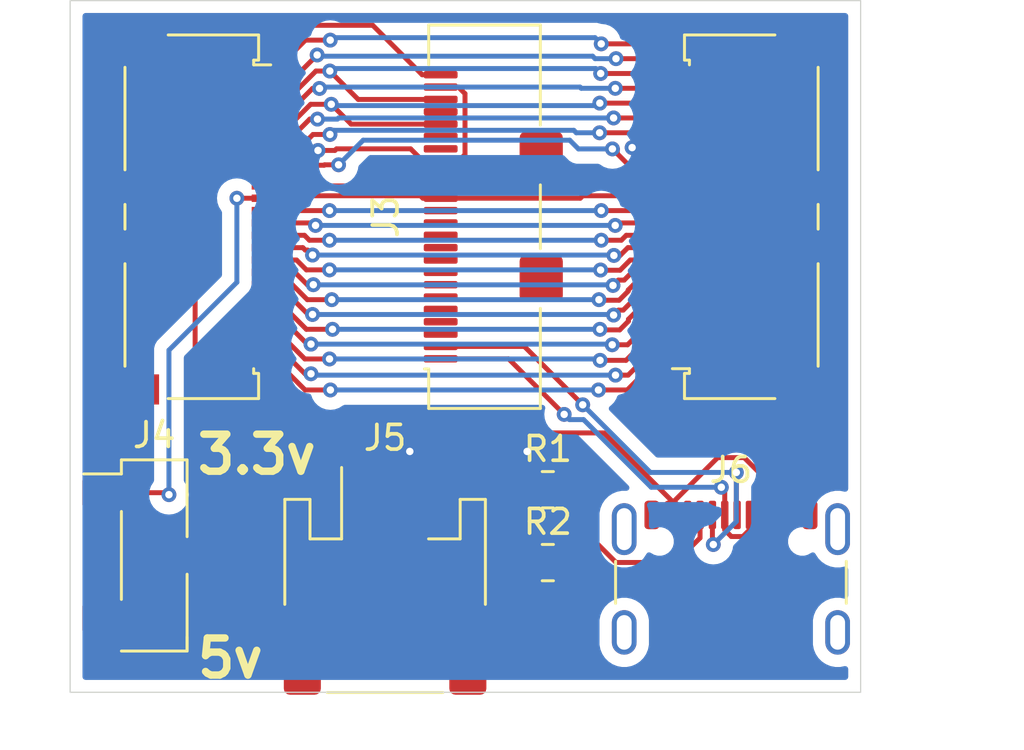
<source format=kicad_pcb>
(kicad_pcb (version 20240108) (generator "pcbnew") (generator_version "8.0")
  (layers (0 "F.Cu" signal) (31 "B.Cu" signal) (34 "B.Paste" user) (35 "F.Paste" user) (36 "B.SilkS" user "B.Silkscreen") (37 "F.SilkS" user "F.Silkscreen") (38 "B.Mask" user) (39 "F.Mask" user) (44 "Edge.Cuts" user))
  (net 0 "")
  (net 1 "Net-(J1-Pin_1)")
  (net 2 "Net-(J1-Pin_8)")
  (net 3 "Net-(J1-Pin_4)")
  (net 4 "Net-(J1-Pin_20)")
  (net 5 "Net-(J1-Pin_6)")
  (net 6 "Net-(J1-Pin_15)")
  (net 7 "Net-(J1-Pin_12)")
  (net 8 "Net-(J1-Pin_16)")
  (net 9 "Net-(J1-Pin_2)")
  (net 10 "Net-(J1-Pin_5)")
  (net 11 "Net-(J1-Pin_19)")
  (net 12 "Net-(J1-Pin_10)")
  (net 13 "Net-(J1-Pin_7)")
  (net 14 "Net-(J1-Pin_18)")
  (net 15 "Net-(J1-Pin_23)")
  (net 16 "Net-(J1-Pin_3)")
  (net 17 "Net-(J1-Pin_9)")
  (net 18 "Net-(J1-Pin_21)")
  (net 19 "Net-(J1-Pin_24)")
  (net 20 "GND")
  (net 21 "Net-(J1-Pin_13)")
  (net 22 "Net-(J1-Pin_22)")
  (net 23 "+3V3")
  (net 24 "Net-(J1-Pin_11)")
  (net 26 "servo_power")
  (net 36 "D-")
  (net 38 "D+")
  (net 43 "+5V")
  (net 44 "Net-(J6-CC1)")
  (net 45 "Net-(J6-CC2)")
  (footprint "Resistor_SMD:R_0805_2012Metric" (layer "F.Cu") (at 157.3375 87.25)
    (property "Reference" "R2" (at 0 -1.65 0) (layer "F.SilkS"))
    (property "Value" "5.1k")
    (fp_line (start -0.227064 -0.735) (end 0.227064 -0.735) (stroke (width 0.12)) (layer "F.SilkS"))
    (fp_line (start -0.227064 0.735) (end 0.227064 0.735) (stroke (width 0.12)) (layer "F.SilkS"))
    (pad "1" smd roundrect (at -0.9125 0) (size 1.025 1.4) (layers "F.Cu" "F.Paste" "F.Mask") (roundrect_rratio 0.243902) (net 20 "GND"))
    (pad "2" smd roundrect (at 0.9125 0) (size 1.025 1.4) (layers "F.Cu" "F.Paste" "F.Mask") (roundrect_rratio 0.243902) (net 45 "Net-(J6-CC2)"))
  )
  (footprint "Connector_FFC-FPC:Molex_502244-2430_1x24-1MP_P0.5mm_Horizontal" (layer "F.Cu") (at 165.83 73.25 90)
    (property "Reference" "J1" (hide yes))
    (property "Value" "Camera")
    (fp_line (start 7.36 -2.96) (end 7.36 0.7) (stroke (width 0.12)) (layer "F.SilkS"))
    (fp_line (start 6.35 -2.96) (end 7.36 -2.96) (stroke (width 0.12)) (layer "F.SilkS"))
    (fp_line (start 6.34 -2.96) (end 6.34 -2.76) (stroke (width 0.12)) (layer "F.SilkS"))
    (fp_line (start -7.36 -2.96) (end -6.35 -2.96) (stroke (width 0.12)) (layer "F.SilkS"))
    (fp_line (start 6.34 -2.76) (end 6.15 -2.76) (stroke (width 0.12)) (layer "F.SilkS"))
    (fp_line (start -6.15 -2.76) (end -6.15 -3.45) (stroke (width 0.12)) (layer "F.SilkS"))
    (fp_line (start -6.34 -2.76) (end -6.34 -2.96) (stroke (width 0.12)) (layer "F.SilkS"))
    (fp_line (start -6.34 -2.76) (end -6.15 -2.76) (stroke (width 0.12)) (layer "F.SilkS"))
    (fp_line (start -7.36 0.7) (end -7.36 -2.96) (stroke (width 0.12)) (layer "F.SilkS"))
    (fp_line (start 1.9 2.45) (end 6.05 2.45) (stroke (width 0.12)) (layer "F.SilkS"))
    (fp_line (start -0.5 2.45) (end 0.5 2.45) (stroke (width 0.12)) (layer "F.SilkS"))
    (fp_line (start -6.05 2.45) (end -1.9 2.45) (stroke (width 0.12)) (layer "F.SilkS"))
    (pad "1" smd rect (at -5.75 -3.08 90) (size 0.3 0.8) (layers "F.Cu" "F.Paste" "F.Mask") (net 1 "Net-(J1-Pin_1)"))
    (pad "2" smd rect (at -5.25 -3.08 90) (size 0.3 0.8) (layers "F.Cu" "F.Paste" "F.Mask") (net 9 "Net-(J1-Pin_2)"))
    (pad "3" smd rect (at -4.75 -3.08 90) (size 0.3 0.8) (layers "F.Cu" "F.Paste" "F.Mask") (net 16 "Net-(J1-Pin_3)"))
    (pad "4" smd rect (at -4.25 -3.08 90) (size 0.3 0.8) (layers "F.Cu" "F.Paste" "F.Mask") (net 3 "Net-(J1-Pin_4)"))
    (pad "5" smd rect (at -3.75 -3.08 90) (size 0.3 0.8) (layers "F.Cu" "F.Paste" "F.Mask") (net 10 "Net-(J1-Pin_5)"))
    (pad "6" smd rect (at -3.25 -3.08 90) (size 0.3 0.8) (layers "F.Cu" "F.Paste" "F.Mask") (net 5 "Net-(J1-Pin_6)"))
    (pad "7" smd rect (at -2.75 -3.08 90) (size 0.3 0.8) (layers "F.Cu" "F.Paste" "F.Mask") (net 13 "Net-(J1-Pin_7)"))
    (pad "8" smd rect (at -2.25 -3.08 90) (size 0.3 0.8) (layers "F.Cu" "F.Paste" "F.Mask") (net 2 "Net-(J1-Pin_8)"))
    (pad "9" smd rect (at -1.75 -3.08 90) (size 0.3 0.8) (layers "F.Cu" "F.Paste" "F.Mask") (net 17 "Net-(J1-Pin_9)"))
    (pad "10" smd rect (at -1.25 -3.08 90) (size 0.3 0.8) (layers "F.Cu" "F.Paste" "F.Mask") (net 12 "Net-(J1-Pin_10)"))
    (pad "11" smd rect (at -0.75 -3.08 90) (size 0.3 0.8) (layers "F.Cu" "F.Paste" "F.Mask") (net 24 "Net-(J1-Pin_11)"))
    (pad "12" smd rect (at -0.25 -3.08 90) (size 0.3 0.8) (layers "F.Cu" "F.Paste" "F.Mask") (net 7 "Net-(J1-Pin_12)"))
    (pad "13" smd rect (at 0.25 -3.08 90) (size 0.3 0.8) (layers "F.Cu" "F.Paste" "F.Mask") (net 21 "Net-(J1-Pin_13)"))
    (pad "14" smd rect (at 0.75 -3.08 90) (size 0.3 0.8) (layers "F.Cu" "F.Paste" "F.Mask") (net 23 "+3V3"))
    (pad "15" smd rect (at 1.25 -3.08 90) (size 0.3 0.8) (layers "F.Cu" "F.Paste" "F.Mask") (net 6 "Net-(J1-Pin_15)"))
    (pad "16" smd rect (at 1.75 -3.08 90) (size 0.3 0.8) (layers "F.Cu" "F.Paste" "F.Mask") (net 8 "Net-(J1-Pin_16)"))
    (pad "17" smd rect (at 2.25 -3.08 90) (size 0.3 0.8) (layers "F.Cu" "F.Paste" "F.Mask") (net 20 "GND"))
    (pad "18" smd rect (at 2.75 -3.08 90) (size 0.3 0.8) (layers "F.Cu" "F.Paste" "F.Mask") (net 14 "Net-(J1-Pin_18)"))
    (pad "19" smd rect (at 3.25 -3.08 90) (size 0.3 0.8) (layers "F.Cu" "F.Paste" "F.Mask") (net 11 "Net-(J1-Pin_19)"))
    (pad "20" smd rect (at 3.75 -3.08 90) (size 0.3 0.8) (layers "F.Cu" "F.Paste" "F.Mask") (net 4 "Net-(J1-Pin_20)"))
    (pad "21" smd rect (at 4.25 -3.08 90) (size 0.3 0.8) (layers "F.Cu" "F.Paste" "F.Mask") (net 18 "Net-(J1-Pin_21)"))
    (pad "22" smd rect (at 4.75 -3.08 90) (size 0.3 0.8) (layers "F.Cu" "F.Paste" "F.Mask") (net 22 "Net-(J1-Pin_22)"))
    (pad "23" smd rect (at 5.25 -3.08 90) (size 0.3 0.8) (layers "F.Cu" "F.Paste" "F.Mask") (net 15 "Net-(J1-Pin_23)"))
    (pad "24" smd rect (at 5.75 -3.08 90) (size 0.3 0.8) (layers "F.Cu" "F.Paste" "F.Mask") (net 19 "Net-(J1-Pin_24)"))
    (pad "MP" smd rect (at -6.99 1.77 90) (size 1.22 1.4) (layers "F.Cu" "F.Paste" "F.Mask"))
    (pad "MP" smd rect (at -1.175 2.78 90) (size 0.85 1.4) (layers "F.Cu" "F.Paste" "F.Mask"))
    (pad "MP" smd rect (at 1.175 2.78 90) (size 0.85 1.4) (layers "F.Cu" "F.Paste" "F.Mask"))
    (pad "MP" smd rect (at 6.99 1.77 90) (size 1.22 1.4) (layers "F.Cu" "F.Paste" "F.Mask"))
  )
  (footprint "Resistor_SMD:R_0805_2012Metric" (layer "F.Cu") (at 157.3375 84.3)
    (property "Reference" "R1" (at 0 -1.65 0) (layer "F.SilkS"))
    (property "Value" "5.1k")
    (fp_line (start -0.227064 -0.735) (end 0.227064 -0.735) (stroke (width 0.12)) (layer "F.SilkS"))
    (fp_line (start -0.227064 0.735) (end 0.227064 0.735) (stroke (width 0.12)) (layer "F.SilkS"))
    (pad "1" smd roundrect (at -0.9125 0) (size 1.025 1.4) (layers "F.Cu" "F.Paste" "F.Mask") (roundrect_rratio 0.243902) (net 20 "GND"))
    (pad "2" smd roundrect (at 0.9125 0) (size 1.025 1.4) (layers "F.Cu" "F.Paste" "F.Mask") (roundrect_rratio 0.243902) (net 44 "Net-(J6-CC1)"))
  )
  (footprint "Connector_FFC-FPC:Molex_502231-2400_1x24-1SH_P0.5mm_Vertical" (layer "F.Cu") (at 154.045 73.25 90)
    (property "Reference" "J3" (at 0 -3.27 90) (layer "F.SilkS"))
    (property "Value" "Armstrong")
    (fp_line (start 6.16 -1.53) (end 7.76 -1.53) (stroke (width 0.12)) (layer "F.SilkS"))
    (fp_line (start -6.16 -1.53) (end -6.16 -1.7) (stroke (width 0.12)) (layer "F.SilkS"))
    (fp_line (start -6.16 -1.53) (end -7.76 -1.53) (stroke (width 0.12)) (layer "F.SilkS"))
    (fp_line (start 7.76 2.99) (end 7.76 -1.53) (stroke (width 0.12)) (layer "F.SilkS"))
    (fp_line (start 3.71 2.99) (end 7.76 2.99) (stroke (width 0.12)) (layer "F.SilkS"))
    (fp_line (start -1.29 2.99) (end 1.29 2.99) (stroke (width 0.12)) (layer "F.SilkS"))
    (fp_line (start -3.71 2.99) (end -7.76 2.99) (stroke (width 0.12)) (layer "F.SilkS"))
    (fp_line (start -7.76 2.99) (end -7.76 -1.53) (stroke (width 0.12)) (layer "F.SilkS"))
    (pad "1" smd roundrect (at -5.75 -1.045 90) (size 0.3 1.37) (layers "F.Cu" "F.Paste" "F.Mask") (net 38 "D+"))
    (pad "2" smd roundrect (at -5.25 -1.045 90) (size 0.3 1.37) (layers "F.Cu" "F.Paste" "F.Mask") (net 36 "D-"))
    (pad "3" smd roundrect (at -4.75 -1.045 90) (size 0.3 1.37) (layers "F.Cu" "F.Paste" "F.Mask"))
    (pad "4" smd roundrect (at -4.25 -1.045 90) (size 0.3 1.37) (layers "F.Cu" "F.Paste" "F.Mask"))
    (pad "5" smd roundrect (at -3.75 -1.045 90) (size 0.3 1.37) (layers "F.Cu" "F.Paste" "F.Mask"))
    (pad "6" smd roundrect (at -3.25 -1.045 90) (size 0.3 1.37) (layers "F.Cu" "F.Paste" "F.Mask"))
    (pad "7" smd roundrect (at -2.75 -1.045 90) (size 0.3 1.37) (layers "F.Cu" "F.Paste" "F.Mask"))
    (pad "8" smd roundrect (at -2.25 -1.045 90) (size 0.3 1.37) (layers "F.Cu" "F.Paste" "F.Mask"))
    (pad "9" smd roundrect (at -1.75 -1.045 90) (size 0.3 1.37) (layers "F.Cu" "F.Paste" "F.Mask"))
    (pad "10" smd roundrect (at -1.25 -1.045 90) (size 0.3 1.37) (layers "F.Cu" "F.Paste" "F.Mask"))
    (pad "11" smd roundrect (at -0.75 -1.045 90) (size 0.3 1.37) (layers "F.Cu" "F.Paste" "F.Mask"))
    (pad "12" smd roundrect (at -0.25 -1.045 90) (size 0.3 1.37) (layers "F.Cu" "F.Paste" "F.Mask"))
    (pad "13" smd roundrect (at 0.25 -1.045 90) (size 0.3 1.37) (layers "F.Cu" "F.Paste" "F.Mask"))
    (pad "14" smd roundrect (at 0.75 -1.045 90) (size 0.3 1.37) (layers "F.Cu" "F.Paste" "F.Mask") (net 23 "+3V3"))
    (pad "15" smd roundrect (at 1.25 -1.045 90) (size 0.3 1.37) (layers "F.Cu" "F.Paste" "F.Mask") (net 6 "Net-(J1-Pin_15)"))
    (pad "16" smd roundrect (at 1.75 -1.045 90) (size 0.3 1.37) (layers "F.Cu" "F.Paste" "F.Mask"))
    (pad "17" smd roundrect (at 2.25 -1.045 90) (size 0.3 1.37) (layers "F.Cu" "F.Paste" "F.Mask") (net 20 "GND"))
    (pad "18" smd roundrect (at 2.75 -1.045 90) (size 0.3 1.37) (layers "F.Cu" "F.Paste" "F.Mask"))
    (pad "19" smd roundrect (at 3.25 -1.045 90) (size 0.3 1.37) (layers "F.Cu" "F.Paste" "F.Mask"))
    (pad "20" smd roundrect (at 3.75 -1.045 90) (size 0.3 1.37) (layers "F.Cu" "F.Paste" "F.Mask") (net 4 "Net-(J1-Pin_20)"))
    (pad "21" smd roundrect (at 4.25 -1.045 90) (size 0.3 1.37) (layers "F.Cu" "F.Paste" "F.Mask"))
    (pad "22" smd roundrect (at 4.75 -1.045 90) (size 0.3 1.37) (layers "F.Cu" "F.Paste" "F.Mask") (net 22 "Net-(J1-Pin_22)"))
    (pad "23" smd roundrect (at 5.25 -1.045 90) (size 0.3 1.37) (layers "F.Cu" "F.Paste" "F.Mask") (net 20 "GND"))
    (pad "24" smd roundrect (at 5.75 -1.045 90) (size 0.3 1.37) (layers "F.Cu" "F.Paste" "F.Mask") (net 26 "servo_power"))
    (pad "SH" smd roundrect (at -2.5 3.025 90) (size 1.9 1.75) (layers "F.Cu" "F.Paste" "F.Mask") (roundrect_rratio 0.143))
    (pad "SH" smd roundrect (at 2.5 3.025 90) (size 1.9 1.75) (layers "F.Cu" "F.Paste" "F.Mask") (roundrect_rratio 0.143))
  )
  (footprint "Connector_JST:JST_PH_S2B-PH-SM4-TB_1x02-1MP_P2.00mm_Horizontal" (layer "F.Cu") (at 150.75 88)
    (property "Reference" "J5" (at 0 -5.8 0) (layer "F.SilkS"))
    (property "Value" "JST 2.0")
    (fp_line (start -4.06 -3.31) (end -3.04 -3.31) (stroke (width 0.12)) (layer "F.SilkS"))
    (fp_line (start -4.06 0.94) (end -4.06 -3.31) (stroke (width 0.12)) (layer "F.SilkS"))
    (fp_line (start -3.04 -3.31) (end -3.04 -1.71) (stroke (width 0.12)) (layer "F.SilkS"))
    (fp_line (start -3.04 -1.71) (end -1.76 -1.71) (stroke (width 0.12)) (layer "F.SilkS"))
    (fp_line (start -2.34 4.51) (end 2.34 4.51) (stroke (width 0.12)) (layer "F.SilkS"))
    (fp_line (start -1.76 -1.71) (end -1.76 -4.6) (stroke (width 0.12)) (layer "F.SilkS"))
    (fp_line (start 3.04 -3.31) (end 3.04 -1.71) (stroke (width 0.12)) (layer "F.SilkS"))
    (fp_line (start 3.04 -1.71) (end 1.76 -1.71) (stroke (width 0.12)) (layer "F.SilkS"))
    (fp_line (start 4.06 -3.31) (end 3.04 -3.31) (stroke (width 0.12)) (layer "F.SilkS"))
    (fp_line (start 4.06 0.94) (end 4.06 -3.31) (stroke (width 0.12)) (layer "F.SilkS"))
    (pad "1" smd roundrect (at -1 -2.85) (size 1 3.5) (layers "F.Cu" "F.Paste" "F.Mask") (net 43 "+5V"))
    (pad "2" smd roundrect (at 1 -2.85) (size 1 3.5) (layers "F.Cu" "F.Paste" "F.Mask") (net 20 "GND"))
    (pad "MP" smd roundrect (at -3.35 2.9) (size 1.5 3.4) (layers "F.Cu" "F.Paste" "F.Mask") (roundrect_rratio 0.166667))
    (pad "MP" smd roundrect (at 3.35 2.9) (size 1.5 3.4) (layers "F.Cu" "F.Paste" "F.Mask") (roundrect_rratio 0.166667))
  )
  (footprint "Connector_FFC-FPC:Molex_502244-2430_1x24-1MP_P0.5mm_Horizontal" (layer "F.Cu") (at 142.67 73.25 -90)
    (property "Reference" "J2" (hide yes))
    (property "Value" "Wheelson")
    (fp_line (start -6.05 2.45) (end -1.9 2.45) (stroke (width 0.12)) (layer "F.SilkS"))
    (fp_line (start -0.5 2.45) (end 0.5 2.45) (stroke (width 0.12)) (layer "F.SilkS"))
    (fp_line (start 1.9 2.45) (end 6.05 2.45) (stroke (width 0.12)) (layer "F.SilkS"))
    (fp_line (start -7.36 0.7) (end -7.36 -2.96) (stroke (width 0.12)) (layer "F.SilkS"))
    (fp_line (start -6.34 -2.76) (end -6.15 -2.76) (stroke (width 0.12)) (layer "F.SilkS"))
    (fp_line (start -6.34 -2.76) (end -6.34 -2.96) (stroke (width 0.12)) (layer "F.SilkS"))
    (fp_line (start -6.15 -2.76) (end -6.15 -3.45) (stroke (width 0.12)) (layer "F.SilkS"))
    (fp_line (start 6.34 -2.76) (end 6.15 -2.76) (stroke (width 0.12)) (layer "F.SilkS"))
    (fp_line (start -7.36 -2.96) (end -6.35 -2.96) (stroke (width 0.12)) (layer "F.SilkS"))
    (fp_line (start 6.34 -2.96) (end 6.34 -2.76) (stroke (width 0.12)) (layer "F.SilkS"))
    (fp_line (start 6.35 -2.96) (end 7.36 -2.96) (stroke (width 0.12)) (layer "F.SilkS"))
    (fp_line (start 7.36 -2.96) (end 7.36 0.7) (stroke (width 0.12)) (layer "F.SilkS"))
    (pad "1" smd rect (at -5.75 -3.08 270) (size 0.3 0.8) (layers "F.Cu" "F.Paste" "F.Mask") (net 19 "Net-(J1-Pin_24)"))
    (pad "2" smd rect (at -5.25 -3.08 270) (size 0.3 0.8) (layers "F.Cu" "F.Paste" "F.Mask") (net 15 "Net-(J1-Pin_23)"))
    (pad "3" smd rect (at -4.75 -3.08 270) (size 0.3 0.8) (layers "F.Cu" "F.Paste" "F.Mask") (net 22 "Net-(J1-Pin_22)"))
    (pad "4" smd rect (at -4.25 -3.08 270) (size 0.3 0.8) (layers "F.Cu" "F.Paste" "F.Mask") (net 18 "Net-(J1-Pin_21)"))
    (pad "5" smd rect (at -3.75 -3.08 270) (size 0.3 0.8) (layers "F.Cu" "F.Paste" "F.Mask") (net 4 "Net-(J1-Pin_20)"))
    (pad "6" smd rect (at -3.25 -3.08 270) (size 0.3 0.8) (layers "F.Cu" "F.Paste" "F.Mask") (net 11 "Net-(J1-Pin_19)"))
    (pad "7" smd rect (at -2.75 -3.08 270) (size 0.3 0.8) (layers "F.Cu" "F.Paste" "F.Mask") (net 14 "Net-(J1-Pin_18)"))
    (pad "8" smd rect (at -2.25 -3.08 270) (size 0.3 0.8) (layers "F.Cu" "F.Paste" "F.Mask") (net 20 "GND"))
    (pad "9" smd rect (at -1.75 -3.08 270) (size 0.3 0.8) (layers "F.Cu" "F.Paste" "F.Mask") (net 8 "Net-(J1-Pin_16)"))
    (pad "10" smd rect (at -1.25 -3.08 270) (size 0.3 0.8) (layers "F.Cu" "F.Paste" "F.Mask") (net 6 "Net-(J1-Pin_15)"))
    (pad "11" smd rect (at -0.75 -3.08 270) (size 0.3 0.8) (layers "F.Cu" "F.Paste" "F.Mask") (net 23 "+3V3"))
    (pad "12" smd rect (at -0.25 -3.08 270) (size 0.3 0.8) (layers "F.Cu" "F.Paste" "F.Mask") (net 21 "Net-(J1-Pin_13)"))
    (pad "13" smd rect (at 0.25 -3.08 270) (size 0.3 0.8) (layers "F.Cu" "F.Paste" "F.Mask") (net 7 "Net-(J1-Pin_12)"))
    (pad "14" smd rect (at 0.75 -3.08 270) (size 0.3 0.8) (layers "F.Cu" "F.Paste" "F.Mask") (net 24 "Net-(J1-Pin_11)"))
    (pad "15" smd rect (at 1.25 -3.08 270) (size 0.3 0.8) (layers "F.Cu" "F.Paste" "F.Mask") (net 12 "Net-(J1-Pin_10)"))
    (pad "16" smd rect (at 1.75 -3.08 270) (size 0.3 0.8) (layers "F.Cu" "F.Paste" "F.Mask") (net 17 "Net-(J1-Pin_9)"))
    (pad "17" smd rect (at 2.25 -3.08 270) (size 0.3 0.8) (layers "F.Cu" "F.Paste" "F.Mask") (net 2 "Net-(J1-Pin_8)"))
    (pad "18" smd rect (at 2.75 -3.08 270) (size 0.3 0.8) (layers "F.Cu" "F.Paste" "F.Mask") (net 13 "Net-(J1-Pin_7)"))
    (pad "19" smd rect (at 3.25 -3.08 270) (size 0.3 0.8) (layers "F.Cu" "F.Paste" "F.Mask") (net 5 "Net-(J1-Pin_6)"))
    (pad "20" smd rect (at 3.75 -3.08 270) (size 0.3 0.8) (layers "F.Cu" "F.Paste" "F.Mask") (net 10 "Net-(J1-Pin_5)"))
    (pad "21" smd rect (at 4.25 -3.08 270) (size 0.3 0.8) (layers "F.Cu" "F.Paste" "F.Mask") (net 3 "Net-(J1-Pin_4)"))
    (pad "22" smd rect (at 4.75 -3.08 270) (size 0.3 0.8) (layers "F.Cu" "F.Paste" "F.Mask") (net 16 "Net-(J1-Pin_3)"))
    (pad "23" smd rect (at 5.25 -3.08 270) (size 0.3 0.8) (layers "F.Cu" "F.Paste" "F.Mask") (net 9 "Net-(J1-Pin_2)"))
    (pad "24" smd rect (at 5.75 -3.08 270) (size 0.3 0.8) (layers "F.Cu" "F.Paste" "F.Mask") (net 1 "Net-(J1-Pin_1)"))
    (pad "MP" smd rect (at -6.99 1.77 270) (size 1.22 1.4) (layers "F.Cu" "F.Paste" "F.Mask"))
    (pad "MP" smd rect (at -1.175 2.78 270) (size 0.85 1.4) (layers "F.Cu" "F.Paste" "F.Mask"))
    (pad "MP" smd rect (at 1.175 2.78 270) (size 0.85 1.4) (layers "F.Cu" "F.Paste" "F.Mask"))
    (pad "MP" smd rect (at 6.99 1.77 270) (size 1.22 1.4) (layers "F.Cu" "F.Paste" "F.Mask"))
  )
  (footprint "Connector_USB:USB_C_Receptacle_GCT_USB4105-xx-A_16P_TopMnt_Horizontal" (layer "F.Cu") (at 164.75 89)
    (property "Reference" "J6" (at 0 -5.5 0) (layer "F.SilkS"))
    (property "Value" "USB_C_Receptacle_USB2.0_16P")
    (fp_line (start -4.67 -0.1) (end -4.67 -1.8) (stroke (width 0.12)) (layer "F.SilkS"))
    (fp_line (start 4.67 -0.1) (end 4.67 -1.8) (stroke (width 0.12)) (layer "F.SilkS"))
    (pad "" np_thru_hole circle (at -2.89 -2.605) (size 0.65 0.65) (drill 0.65) (layers "F&B.Cu" "*.Mask"))
    (pad "" np_thru_hole circle (at 2.89 -2.605) (size 0.65 0.65) (drill 0.65) (layers "F&B.Cu" "*.Mask"))
    (pad "A1" smd roundrect (at -3.2 -3.68) (size 0.6 1.15) (layers "F.Cu" "F.Paste" "F.Mask"))
    (pad "A4" smd roundrect (at -2.4 -3.68) (size 0.6 1.15) (layers "F.Cu" "F.Paste" "F.Mask") (net 43 "+5V"))
    (pad "A5" smd roundrect (at -1.25 -3.68) (size 0.3 1.15) (layers "F.Cu" "F.Paste" "F.Mask") (net 44 "Net-(J6-CC1)"))
    (pad "A6" smd roundrect (at -0.25 -3.68) (size 0.3 1.15) (layers "F.Cu" "F.Paste" "F.Mask") (net 38 "D+"))
    (pad "A7" smd roundrect (at 0.25 -3.68) (size 0.3 1.15) (layers "F.Cu" "F.Paste" "F.Mask") (net 36 "D-"))
    (pad "A8" smd roundrect (at 1.25 -3.68) (size 0.3 1.15) (layers "F.Cu" "F.Paste" "F.Mask"))
    (pad "A9" smd roundrect (at 2.4 -3.68) (size 0.6 1.15) (layers "F.Cu" "F.Paste" "F.Mask") (net 43 "+5V"))
    (pad "A12" smd roundrect (at 3.2 -3.68) (size 0.6 1.15) (layers "F.Cu" "F.Paste" "F.Mask"))
    (pad "B1" smd roundrect (at 3.2 -3.68) (size 0.6 1.15) (layers "F.Cu" "F.Paste" "F.Mask"))
    (pad "B4" smd roundrect (at 2.4 -3.68) (size 0.6 1.15) (layers "F.Cu" "F.Paste" "F.Mask") (net 43 "+5V"))
    (pad "B5" smd roundrect (at 1.75 -3.68) (size 0.3 1.15) (layers "F.Cu" "F.Paste" "F.Mask") (net 45 "Net-(J6-CC2)"))
    (pad "B6" smd roundrect (at 0.75 -3.68) (size 0.3 1.15) (layers "F.Cu" "F.Paste" "F.Mask") (net 38 "D+"))
    (pad "B7" smd roundrect (at -0.75 -3.68) (size 0.3 1.15) (layers "F.Cu" "F.Paste" "F.Mask") (net 36 "D-"))
    (pad "B8" smd roundrect (at -1.75 -3.68) (size 0.3 1.15) (layers "F.Cu" "F.Paste" "F.Mask"))
    (pad "B9" smd roundrect (at -2.4 -3.68) (size 0.6 1.15) (layers "F.Cu" "F.Paste" "F.Mask") (net 43 "+5V"))
    (pad "B12" smd roundrect (at -3.2 -3.68) (size 0.6 1.15) (layers "F.Cu" "F.Paste" "F.Mask"))
    (pad "S1" thru_hole oval (at -4.32 -3.105) (size 1 2.1) (drill oval 0.6 1.7) (layers "*.Cu" "*.Mask" "F.Paste"))
    (pad "S1" thru_hole oval (at -4.32 1.075) (size 1 1.8) (drill oval 0.6 1.4) (layers "*.Cu" "*.Mask" "F.Paste"))
    (pad "S1" thru_hole oval (at 4.32 -3.105) (size 1 2.1) (drill oval 0.6 1.7) (layers "*.Cu" "*.Mask" "F.Paste"))
    (pad "S1" thru_hole oval (at 4.32 1.075) (size 1 1.8) (drill oval 0.6 1.4) (layers "*.Cu" "*.Mask" "F.Paste"))
  )
  (footprint "Connector_PinHeader_2.54mm:PinHeader_1x03_P2.54mm_Vertical_SMD_Pin1Left" (layer "F.Cu") (at 141.405 86.96)
    (property "Reference" "J4" (at 0 -4.87 0) (layer "F.SilkS"))
    (property "Value" "Conn_01x03_Pin")
    (fp_line (start -1.33 -3.87) (end -1.33 -3.3) (stroke (width 0.12)) (layer "F.SilkS"))
    (fp_line (start -1.33 -3.87) (end 1.33 -3.87) (stroke (width 0.12)) (layer "F.SilkS"))
    (fp_line (start -1.33 -3.3) (end -2.85 -3.3) (stroke (width 0.12)) (layer "F.SilkS"))
    (fp_line (start -1.33 -1.78) (end -1.33 1.78) (stroke (width 0.12)) (layer "F.SilkS"))
    (fp_line (start -1.33 3.87) (end 1.33 3.87) (stroke (width 0.12)) (layer "F.SilkS"))
    (fp_line (start 1.33 -3.87) (end 1.33 -0.76) (stroke (width 0.12)) (layer "F.SilkS"))
    (fp_line (start 1.33 0.76) (end 1.33 3.87) (stroke (width 0.12)) (layer "F.SilkS"))
    (fp_line (start 1.33 3.3) (end 1.33 3.87) (stroke (width 0.12)) (layer "F.SilkS"))
    (pad "1" smd rect (at -1.655 -2.54) (size 2.51 1) (layers "F.Cu" "F.Paste" "F.Mask") (net 23 "+3V3"))
    (pad "2" smd rect (at 1.655 0) (size 2.51 1) (layers "F.Cu" "F.Paste" "F.Mask") (net 26 "servo_power"))
    (pad "3" smd rect (at -1.655 2.54) (size 2.51 1) (layers "F.Cu" "F.Paste" "F.Mask") (net 43 "+5V"))
  )
  (gr_rect (start 138 64.5) (end 170 92.5) (stroke (width 0.05)) (fill none) (layer "Edge.Cuts"))
  (gr_text "5v" (at 143 92 0) (layer "F.SilkS") (effects (font (size 1.5 1.5) (thickness 0.3) (bold yes)) (justify left bottom)))
  (gr_text "3.3v" (at 143 83.75 0) (layer "F.SilkS") (effects (font (size 1.5 1.5) (thickness 0.3) (bold yes)) (justify left bottom)))
  (segment (start 159.387 80.2615) (end 160.554 80.2615) (width 0.2) (layer "F.Cu") (net 1))
  (segment (start 160.554 80.2615) (end 161.816 79) (width 0.2) (layer "F.Cu") (net 1))
  (segment (start 145.75 79) (end 146.25 79) (width 0.2) (layer "F.Cu") (net 1))
  (segment (start 161.816 79) (end 162.75 79) (width 0.2) (layer "F.Cu") (net 1))
  (segment (start 146.25 79) (end 147.512 80.2615) (width 0.2) (layer "F.Cu") (net 1))
  (segment (start 147.512 80.2615) (end 148.536 80.2615) (width 0.2) (layer "F.Cu") (net 1))
  (via (at 159.387 80.2615) (size 0.6) (drill 0.3) (layers "F.Cu" "B.Cu") (net 1))
  (via (at 148.536 80.2615) (size 0.6) (drill 0.3) (layers "F.Cu" "B.Cu") (net 1))
  (segment (start 148.536 80.2615) (end 159.387 80.2615) (width 0.2) (layer "B.Cu") (net 1))
  (segment (start 160.741 75.5) (end 162.75 75.5) (width 0.2) (layer "F.Cu") (net 2))
  (segment (start 160.426 75.8146) (end 160.741 75.5) (width 0.2) (layer "F.Cu") (net 2))
  (segment (start 160.19 75.8146) (end 160.426 75.8146) (width 0.2) (layer "F.Cu") (net 2))
  (segment (start 147.1 75.5) (end 147.6 76) (width 0.2) (layer "F.Cu") (net 2))
  (segment (start 147.6 76) (end 147.845 76) (width 0.2) (layer "F.Cu") (net 2))
  (segment (start 145.75 75.5) (end 147.1 75.5) (width 0.2) (layer "F.Cu") (net 2))
  (segment (start 159.975 76.0294) (end 160.19 75.8146) (width 0.2) (layer "F.Cu") (net 2))
  (via (at 147.845 76) (size 0.6) (drill 0.3) (layers "F.Cu" "B.Cu") (net 2))
  (via (at 159.975 76.0294) (size 0.6) (drill 0.3) (layers "F.Cu" "B.Cu") (net 2))
  (segment (start 147.851 76.006) (end 159.951 76.006) (width 0.2) (layer "B.Cu") (net 2))
  (segment (start 147.845 76) (end 147.851 76.006) (width 0.2) (layer "B.Cu") (net 2))
  (segment (start 159.951 76.006) (end 159.975 76.0294) (width 0.2) (layer "B.Cu") (net 2))
  (segment (start 161.5 77.5) (end 162.75 77.5) (width 0.2) (layer "F.Cu") (net 3))
  (segment (start 145.75 77.5) (end 146.693 77.5) (width 0.2) (layer "F.Cu") (net 3))
  (segment (start 160.568 78.4316) (end 161.5 77.5) (width 0.2) (layer "F.Cu") (net 3))
  (segment (start 147.599 78.406) (end 147.75 78.406) (width 0.2) (layer "F.Cu") (net 3))
  (segment (start 159.945 78.4316) (end 160.568 78.4316) (width 0.2) (layer "F.Cu") (net 3))
  (segment (start 146.693 77.5) (end 147.599 78.406) (width 0.2) (layer "F.Cu") (net 3))
  (via (at 159.945 78.4316) (size 0.6) (drill 0.3) (layers "F.Cu" "B.Cu") (net 3))
  (via (at 147.75 78.406) (size 0.6) (drill 0.3) (layers "F.Cu" "B.Cu") (net 3))
  (segment (start 159.919 78.406) (end 159.945 78.4316) (width 0.2) (layer "B.Cu") (net 3))
  (segment (start 147.75 78.406) (end 159.919 78.406) (width 0.2) (layer "B.Cu") (net 3))
  (segment (start 161.15 68.65) (end 162 69.5) (width 0.2) (layer "F.Cu") (net 4))
  (segment (start 146.933 69.5) (end 145.75 69.5) (width 0.2) (layer "F.Cu") (net 4))
  (segment (start 147.736 68.6971) (end 146.933 69.5) (width 0.2) (layer "F.Cu") (net 4))
  (segment (start 148.572 68.6971) (end 147.736 68.6971) (width 0.2) (layer "F.Cu") (net 4))
  (segment (start 148.572 68.6971) (end 149.375 69.5) (width 0.2) (layer "F.Cu") (net 4))
  (segment (start 162 69.5) (end 162.75 69.5) (width 0.2) (layer "F.Cu") (net 4))
  (segment (start 159.442 68.65) (end 161.15 68.65) (width 0.2) (layer "F.Cu") (net 4))
  (segment (start 149.375 69.5) (end 153 69.5) (width 0.2) (layer "F.Cu") (net 4))
  (via (at 148.572 68.6971) (size 0.6) (drill 0.3) (layers "F.Cu" "B.Cu") (net 4))
  (via (at 159.442 68.65) (size 0.6) (drill 0.3) (layers "F.Cu" "B.Cu") (net 4))
  (segment (start 148.625 68.75) (end 148.572 68.6971) (width 0.2) (layer "B.Cu") (net 4))
  (segment (start 159.442 68.65) (end 159.342 68.75) (width 0.2) (layer "B.Cu") (net 4))
  (segment (start 159.342 68.75) (end 148.625 68.75) (width 0.2) (layer "B.Cu") (net 4))
  (segment (start 160 77.2294) (end 160.2 77.0294) (width 0.2) (layer "F.Cu") (net 5))
  (segment (start 145.75 76.5) (end 146.93 76.5) (width 0.2) (layer "F.Cu") (net 5))
  (segment (start 160.389 77.0294) (end 160.918 76.5) (width 0.2) (layer "F.Cu") (net 5))
  (segment (start 147.636 77.206) (end 147.813 77.206) (width 0.2) (layer "F.Cu") (net 5))
  (segment (start 160.2 77.0294) (end 160.389 77.0294) (width 0.2) (layer "F.Cu") (net 5))
  (segment (start 146.93 76.5) (end 147.636 77.206) (width 0.2) (layer "F.Cu") (net 5))
  (segment (start 160.918 76.5) (end 162.75 76.5) (width 0.2) (layer "F.Cu") (net 5))
  (via (at 160 77.2294) (size 0.6) (drill 0.3) (layers "F.Cu" "B.Cu") (net 5))
  (via (at 147.813 77.206) (size 0.6) (drill 0.3) (layers "F.Cu" "B.Cu") (net 5))
  (segment (start 159.977 77.206) (end 160 77.2294) (width 0.2) (layer "B.Cu") (net 5))
  (segment (start 147.813 77.206) (end 159.977 77.206) (width 0.2) (layer "B.Cu") (net 5))
  (segment (start 153 72) (end 162.75 72) (width 0.2) (layer "F.Cu") (net 6))
  (segment (start 145.75 72) (end 153 72) (width 0.2) (layer "F.Cu") (net 6))
  (segment (start 160.166 73.5) (end 162.75 73.5) (width 0.2) (layer "F.Cu") (net 7))
  (segment (start 147.834 73.5) (end 147.934 73.6) (width 0.2) (layer "F.Cu") (net 7))
  (segment (start 145.75 73.5) (end 147.834 73.5) (width 0.2) (layer "F.Cu") (net 7))
  (segment (start 160.066 73.6) (end 160.166 73.5) (width 0.2) (layer "F.Cu") (net 7))
  (via (at 160.066 73.6) (size 0.6) (drill 0.3) (layers "F.Cu" "B.Cu") (net 7))
  (via (at 147.934 73.6) (size 0.6) (drill 0.3) (layers "F.Cu" "B.Cu") (net 7))
  (segment (start 147.934 73.6) (end 160.066 73.6) (width 0.2) (layer "B.Cu") (net 7))
  (segment (start 148.283 71.1645) (end 147.786 71.1645) (width 0.2) (layer "F.Cu") (net 8))
  (segment (start 148.867 71.1459) (end 148.301 71.1459) (width 0.2) (layer "F.Cu") (net 8))
  (segment (start 160.951 71.5) (end 162.75 71.5) (width 0.2) (layer "F.Cu") (net 8))
  (segment (start 148.301 71.1459) (end 148.283 71.1645) (width 0.2) (layer "F.Cu") (net 8))
  (segment (start 160.15 70.5032) (end 160.15 70.6985) (width 0.2) (layer "F.Cu") (net 8))
  (segment (start 147.381 71.5) (end 145.75 71.5) (width 0.2) (layer "F.Cu") (net 8))
  (segment (start 160.15 70.6985) (end 160.951 71.5) (width 0.2) (layer "F.Cu") (net 8))
  (segment (start 159.952 70.5032) (end 160.15 70.5032) (width 0.2) (layer "F.Cu") (net 8))
  (segment (start 147.786 71.1645) (end 147.767 71.1459) (width 0.2) (layer "F.Cu") (net 8))
  (segment (start 147.767 71.1459) (end 147.735 71.1459) (width 0.2) (layer "F.Cu") (net 8))
  (segment (start 147.735 71.1459) (end 147.381 71.5) (width 0.2) (layer "F.Cu") (net 8))
  (via (at 159.952 70.5032) (size 0.6) (drill 0.3) (layers "F.Cu" "B.Cu") (net 8))
  (via (at 148.867 71.1459) (size 0.6) (drill 0.3) (layers "F.Cu" "B.Cu") (net 8))
  (segment (start 158.577 70.5032) (end 159.952 70.5032) (width 0.2) (layer "B.Cu") (net 8))
  (segment (start 158.224 70.15) (end 158.577 70.5032) (width 0.2) (layer "B.Cu") (net 8))
  (segment (start 148.867 71.1459) (end 149.863 70.15) (width 0.2) (layer "B.Cu") (net 8))
  (segment (start 149.863 70.15) (end 158.224 70.15) (width 0.2) (layer "B.Cu") (net 8))
  (segment (start 160.077 79.6615) (end 160.588 79.6615) (width 0.2) (layer "F.Cu") (net 9))
  (segment (start 147.506 79.606) (end 147.75 79.606) (width 0.2) (layer "F.Cu") (net 9))
  (segment (start 161.75 78.5) (end 162.75 78.5) (width 0.2) (layer "F.Cu") (net 9))
  (segment (start 160.588 79.6615) (end 161.75 78.5) (width 0.2) (layer "F.Cu") (net 9))
  (segment (start 145.75 78.5) (end 146.4 78.5) (width 0.2) (layer "F.Cu") (net 9))
  (segment (start 146.4 78.5) (end 147.506 79.606) (width 0.2) (layer "F.Cu") (net 9))
  (via (at 147.75 79.606) (size 0.6) (drill 0.3) (layers "F.Cu" "B.Cu") (net 9))
  (via (at 160.077 79.6615) (size 0.6) (drill 0.3) (layers "F.Cu" "B.Cu") (net 9))
  (segment (start 147.806 79.6615) (end 160.077 79.6615) (width 0.2) (layer "B.Cu") (net 9))
  (segment (start 147.75 79.606) (end 147.806 79.6615) (width 0.2) (layer "B.Cu") (net 9))
  (segment (start 146.758 77) (end 147.564 77.806) (width 0.2) (layer "F.Cu") (net 10))
  (segment (start 147.564 77.806) (end 148.621 77.806) (width 0.2) (layer "F.Cu") (net 10))
  (segment (start 145.75 77) (end 146.758 77) (width 0.2) (layer "F.Cu") (net 10))
  (segment (start 160.249 77.8294) (end 160.6 77.478) (width 0.2) (layer "F.Cu") (net 10))
  (segment (start 159.446 77.8064) (end 159.469 77.8294) (width 0.2) (layer "F.Cu") (net 10))
  (segment (start 161 77) (end 162.75 77) (width 0.2) (layer "F.Cu") (net 10))
  (segment (start 159.469 77.8294) (end 160.249 77.8294) (width 0.2) (layer "F.Cu") (net 10))
  (segment (start 160.6 77.4) (end 161 77) (width 0.2) (layer "F.Cu") (net 10))
  (segment (start 160.6 77.478) (end 160.6 77.4) (width 0.2) (layer "F.Cu") (net 10))
  (via (at 148.621 77.806) (size 0.6) (drill 0.3) (layers "F.Cu" "B.Cu") (net 10))
  (via (at 159.446 77.8064) (size 0.6) (drill 0.3) (layers "F.Cu" "B.Cu") (net 10))
  (segment (start 148.621 77.806) (end 159.445 77.806) (width 0.2) (layer "B.Cu") (net 10))
  (segment (start 159.445 77.806) (end 159.446 77.8064) (width 0.2) (layer "B.Cu") (net 10))
  (segment (start 147.701 69.2971) (end 146.999 70) (width 0.2) (layer "F.Cu") (net 11))
  (segment (start 146.999 70) (end 145.75 70) (width 0.2) (layer "F.Cu") (net 11))
  (segment (start 161.934 70) (end 162.75 70) (width 0.2) (layer "F.Cu") (net 11))
  (segment (start 148.013 69.2971) (end 147.701 69.2971) (width 0.2) (layer "F.Cu") (net 11))
  (segment (start 160 69.25) (end 161.184 69.25) (width 0.2) (layer "F.Cu") (net 11))
  (segment (start 161.184 69.25) (end 161.934 70) (width 0.2) (layer "F.Cu") (net 11))
  (via (at 148.013 69.2971) (size 0.6) (drill 0.3) (layers "F.Cu" "B.Cu") (net 11))
  (via (at 160 69.25) (size 0.6) (drill 0.3) (layers "F.Cu" "B.Cu") (net 11))
  (segment (start 148.868 69.25) (end 148.821 69.2971) (width 0.2) (layer "B.Cu") (net 11))
  (segment (start 148.821 69.2971) (end 148.013 69.2971) (width 0.2) (layer "B.Cu") (net 11))
  (segment (start 160 69.25) (end 148.868 69.25) (width 0.2) (layer "B.Cu") (net 11))
  (segment (start 145.75 74.5) (end 147.42 74.5) (width 0.2) (layer "F.Cu") (net 12))
  (segment (start 147.614 74.6) (end 147.814 74.8) (width 0.2) (layer "F.Cu") (net 12))
  (segment (start 147.42 74.5) (end 147.52 74.6) (width 0.2) (layer "F.Cu") (net 12))
  (segment (start 160.012 74.8146) (end 160.265 74.8146) (width 0.2) (layer "F.Cu") (net 12))
  (segment (start 147.52 74.6) (end 147.614 74.6) (width 0.2) (layer "F.Cu") (net 12))
  (segment (start 160.58 74.5) (end 162.75 74.5) (width 0.2) (layer "F.Cu") (net 12))
  (segment (start 160.265 74.8146) (end 160.58 74.5) (width 0.2) (layer "F.Cu") (net 12))
  (via (at 160.012 74.8146) (size 0.6) (drill 0.3) (layers "F.Cu" "B.Cu") (net 12))
  (via (at 147.814 74.8) (size 0.6) (drill 0.3) (layers "F.Cu" "B.Cu") (net 12))
  (segment (start 147.814 74.8) (end 159.998 74.8) (width 0.2) (layer "B.Cu") (net 12))
  (segment (start 159.998 74.8) (end 160.012 74.8146) (width 0.2) (layer "B.Cu") (net 12))
  (segment (start 160.223 76.6294) (end 160.592 76.2606) (width 0.2) (layer "F.Cu") (net 13))
  (segment (start 146.996 76) (end 147.602 76.606) (width 0.2) (layer "F.Cu") (net 13))
  (segment (start 160.807 76) (end 162.75 76) (width 0.2) (layer "F.Cu") (net 13))
  (segment (start 159.407 76.606) (end 159.43 76.6294) (width 0.2) (layer "F.Cu") (net 13))
  (segment (start 147.602 76.606) (end 148.592 76.606) (width 0.2) (layer "F.Cu") (net 13))
  (segment (start 160.592 76.2606) (end 160.592 76.2146) (width 0.2) (layer "F.Cu") (net 13))
  (segment (start 159.43 76.6294) (end 160.223 76.6294) (width 0.2) (layer "F.Cu") (net 13))
  (segment (start 160.592 76.2146) (end 160.807 76) (width 0.2) (layer "F.Cu") (net 13))
  (segment (start 145.75 76) (end 146.996 76) (width 0.2) (layer "F.Cu") (net 13))
  (via (at 159.407 76.606) (size 0.6) (drill 0.3) (layers "F.Cu" "B.Cu") (net 13))
  (via (at 148.592 76.606) (size 0.6) (drill 0.3) (layers "F.Cu" "B.Cu") (net 13))
  (segment (start 148.592 76.606) (end 159.407 76.606) (width 0.2) (layer "B.Cu") (net 13))
  (segment (start 161.869 70.5) (end 162.75 70.5) (width 0.2) (layer "F.Cu") (net 14))
  (segment (start 148.517 69.9181) (end 147.832 69.9181) (width 0.2) (layer "F.Cu") (net 14))
  (segment (start 145.8 70.55) (end 145.75 70.5) (width 0.2) (layer "F.Cu") (net 14))
  (segment (start 147.832 69.9181) (end 147.2 70.55) (width 0.2) (layer "F.Cu") (net 14))
  (segment (start 161.219 69.85) (end 161.869 70.5) (width 0.2) (layer "F.Cu") (net 14))
  (segment (start 147.2 70.55) (end 145.8 70.55) (width 0.2) (layer "F.Cu") (net 14))
  (segment (start 159.434 69.85) (end 161.219 69.85) (width 0.2) (layer "F.Cu") (net 14))
  (via (at 148.517 69.9181) (size 0.6) (drill 0.3) (layers "F.Cu" "B.Cu") (net 14))
  (via (at 159.434 69.85) (size 0.6) (drill 0.3) (layers "F.Cu" "B.Cu") (net 14))
  (segment (start 148.685 69.75) (end 148.517 69.9181) (width 0.2) (layer "B.Cu") (net 14))
  (segment (start 158.49 69.85) (end 158.39 69.75) (width 0.2) (layer "B.Cu") (net 14))
  (segment (start 158.39 69.75) (end 148.685 69.75) (width 0.2) (layer "B.Cu") (net 14))
  (segment (start 159.434 69.85) (end 158.49 69.85) (width 0.2) (layer "B.Cu") (net 14))
  (segment (start 148 66.7) (end 146.7 68) (width 0.2) (layer "F.Cu") (net 15))
  (segment (start 160.097 66.85) (end 161.1 66.85) (width 0.2) (layer "F.Cu") (net 15))
  (segment (start 146.7 68) (end 145.75 68) (width 0.2) (layer "F.Cu") (net 15))
  (segment (start 162.25 68) (end 162.75 68) (width 0.2) (layer "F.Cu") (net 15))
  (segment (start 161.1 66.85) (end 162.25 68) (width 0.2) (layer "F.Cu") (net 15))
  (via (at 160.097 66.85) (size 0.6) (drill 0.3) (layers "F.Cu" "B.Cu") (net 15))
  (via (at 148 66.7) (size 0.6) (drill 0.3) (layers "F.Cu" "B.Cu") (net 15))
  (segment (start 159.151 66.75) (end 148.05 66.75) (width 0.2) (layer "B.Cu") (net 15))
  (segment (start 160.097 66.85) (end 159.251 66.85) (width 0.2) (layer "B.Cu") (net 15))
  (segment (start 148.05 66.75) (end 148 66.7) (width 0.2) (layer "B.Cu") (net 15))
  (segment (start 159.251 66.85) (end 159.151 66.75) (width 0.2) (layer "B.Cu") (net 15))
  (segment (start 160.504 79.0615) (end 161.566 78) (width 0.2) (layer "F.Cu") (net 16))
  (segment (start 161.566 78) (end 162.75 78) (width 0.2) (layer "F.Cu") (net 16))
  (segment (start 147.501 79.006) (end 148.5 79.006) (width 0.2) (layer "F.Cu") (net 16))
  (segment (start 159.452 79.0615) (end 160.504 79.0615) (width 0.2) (layer "F.Cu") (net 16))
  (segment (start 146.495 78) (end 147.501 79.006) (width 0.2) (layer "F.Cu") (net 16))
  (segment (start 145.75 78) (end 146.495 78) (width 0.2) (layer "F.Cu") (net 16))
  (via (at 159.452 79.0615) (size 0.6) (drill 0.3) (layers "F.Cu" "B.Cu") (net 16))
  (via (at 148.5 79.006) (size 0.6) (drill 0.3) (layers "F.Cu" "B.Cu") (net 16))
  (segment (start 159.396 79.006) (end 159.452 79.0615) (width 0.2) (layer "B.Cu") (net 16))
  (segment (start 148.5 79.006) (end 159.396 79.006) (width 0.2) (layer "B.Cu") (net 16))
  (segment (start 162.75 75) (end 160.675 75) (width 0.2) (layer "F.Cu") (net 17))
  (segment (start 160.261 75.4146) (end 159.482 75.4146) (width 0.2) (layer "F.Cu") (net 17))
  (segment (start 147.165 75) (end 147.565 75.4) (width 0.2) (layer "F.Cu") (net 17))
  (segment (start 159.482 75.4146) (end 159.473 75.406) (width 0.2) (layer "F.Cu") (net 17))
  (segment (start 145.75 75) (end 147.165 75) (width 0.2) (layer "F.Cu") (net 17))
  (segment (start 160.675 75) (end 160.261 75.4146) (width 0.2) (layer "F.Cu") (net 17))
  (segment (start 147.565 75.4) (end 148.5 75.4) (width 0.2) (layer "F.Cu") (net 17))
  (via (at 148.5 75.4) (size 0.6) (drill 0.3) (layers "F.Cu" "B.Cu") (net 17))
  (via (at 159.473 75.406) (size 0.6) (drill 0.3) (layers "F.Cu" "B.Cu") (net 17))
  (segment (start 159.467 75.4) (end 159.473 75.406) (width 0.2) (layer "B.Cu") (net 17))
  (segment (start 148.5 75.4) (end 159.467 75.4) (width 0.2) (layer "B.Cu") (net 17))
  (segment (start 147.812 68.0554) (end 146.867 69) (width 0.2) (layer "F.Cu") (net 18))
  (segment (start 160.069 68.05) (end 161.169 68.05) (width 0.2) (layer "F.Cu") (net 18))
  (segment (start 146.867 69) (end 145.75 69) (width 0.2) (layer "F.Cu") (net 18))
  (segment (start 162.119 69) (end 162.75 69) (width 0.2) (layer "F.Cu") (net 18))
  (segment (start 148.095 68.0554) (end 147.812 68.0554) (width 0.2) (layer "F.Cu") (net 18))
  (segment (start 161.169 68.05) (end 162.119 69) (width 0.2) (layer "F.Cu") (net 18))
  (via (at 160.069 68.05) (size 0.6) (drill 0.3) (layers "F.Cu" "B.Cu") (net 18))
  (via (at 148.095 68.0554) (size 0.6) (drill 0.3) (layers "F.Cu" "B.Cu") (net 18))
  (segment (start 158.641 68) (end 148.15 68) (width 0.2) (layer "B.Cu") (net 18))
  (segment (start 148.15 68) (end 148.095 68.0554) (width 0.2) (layer "B.Cu") (net 18))
  (segment (start 158.691 68.05) (end 158.641 68) (width 0.2) (layer "B.Cu") (net 18))
  (segment (start 160.069 68.05) (end 158.691 68.05) (width 0.2) (layer "B.Cu") (net 18))
  (segment (start 159.5 66.25) (end 161.25 66.25) (width 0.2) (layer "F.Cu") (net 19))
  (segment (start 161.25 66.25) (end 162.5 67.5) (width 0.2) (layer "F.Cu") (net 19))
  (segment (start 146.125 67.5) (end 145.75 67.5) (width 0.2) (layer "F.Cu") (net 19))
  (segment (start 148.529 66.1) (end 147.525 66.1) (width 0.2) (layer "F.Cu") (net 19))
  (segment (start 147.525 66.1) (end 146.125 67.5) (width 0.2) (layer "F.Cu") (net 19))
  (segment (start 162.5 67.5) (end 162.75 67.5) (width 0.2) (layer "F.Cu") (net 19))
  (via (at 148.529 66.1) (size 0.6) (drill 0.3) (layers "F.Cu" "B.Cu") (net 19))
  (via (at 159.5 66.25) (size 0.6) (drill 0.3) (layers "F.Cu" "B.Cu") (net 19))
  (segment (start 148.629 66) (end 148.529 66.1) (width 0.2) (layer "B.Cu") (net 19))
  (segment (start 159.25 66) (end 148.629 66) (width 0.2) (layer "B.Cu") (net 19))
  (segment (start 159.5 66.25) (end 159.25 66) (width 0.2) (layer "B.Cu") (net 19))
  (segment (start 153.985 68.2676) (end 153.717 68) (width 0.2) (layer "F.Cu") (net 20))
  (segment (start 148.034 70.5645) (end 147.751 70.5645) (width 0.2) (layer "F.Cu") (net 20))
  (segment (start 153.985 70.7324) (end 153.985 68.2676) (width 0.2) (layer "F.Cu") (net 20))
  (segment (start 153 71) (end 153.717 71) (width 0.2) (layer "F.Cu") (net 20))
  (segment (start 148.034 70.5645) (end 148.719 70.5645) (width 0.2) (layer "F.Cu") (net 20))
  (segment (start 156.425 87.25) (end 156.425 84.3) (width 0.2) (layer "F.Cu") (net 20))
  (segment (start 160.75 70.45) (end 161.3 71) (width 0.2) (layer "F.Cu") (net 20))
  (segment (start 153.717 68) (end 153 68) (width 0.2) (layer "F.Cu") (net 20))
  (segment (start 148.784 70.5) (end 151.783 70.5) (width 0.2) (layer "F.Cu") (net 20))
  (segment (start 156.425 82.825) (end 156.5 82.75) (width 0.2) (layer "F.Cu") (net 20))
  (segment (start 151.75 85.15) (end 151.75 82.75) (width 0.2) (layer "F.Cu") (net 20))
  (segment (start 153.717 71) (end 153.985 70.7324) (width 0.2) (layer "F.Cu") (net 20))
  (segment (start 148.719 70.5645) (end 148.784 70.5) (width 0.2) (layer "F.Cu") (net 20))
  (segment (start 147.751 70.5645) (end 147.316 71) (width 0.2) (layer "F.Cu") (net 20))
  (segment (start 161.3 71) (end 162.75 71) (width 0.2) (layer "F.Cu") (net 20))
  (segment (start 156.425 84.3) (end 156.425 82.825) (width 0.2) (layer "F.Cu") (net 20))
  (segment (start 151.783 70.5) (end 152.283 71) (width 0.2) (layer "F.Cu") (net 20))
  (segment (start 152.283 71) (end 153 71) (width 0.2) (layer "F.Cu") (net 20))
  (segment (start 147.316 71) (end 145.75 71) (width 0.2) (layer "F.Cu") (net 20))
  (via (at 151.75 82.75) (size 0.6) (drill 0.3) (layers "F.Cu" "B.Cu") (net 20))
  (via (at 148.034 70.5645) (size 0.6) (drill 0.3) (layers "F.Cu" "B.Cu") (net 20))
  (via (at 160.75 70.45) (size 0.6) (drill 0.3) (layers "F.Cu" "B.Cu") (net 20))
  (via (at 156.5 82.75) (size 0.6) (drill 0.3) (layers "F.Cu" "B.Cu") (net 20))
  (segment (start 159.5 73) (end 162.75 73) (width 0.2) (layer "F.Cu") (net 21))
  (segment (start 148.5 73) (end 145.75 73) (width 0.2) (layer "F.Cu") (net 21))
  (via (at 148.5 73) (size 0.6) (drill 0.3) (layers "F.Cu" "B.Cu") (net 21))
  (via (at 159.5 73) (size 0.6) (drill 0.3) (layers "F.Cu" "B.Cu") (net 21))
  (segment (start 159.5 73) (end 148.5 73) (width 0.2) (layer "B.Cu") (net 21))
  (segment (start 159.477 67.45) (end 161.134 67.45) (width 0.2) (layer "F.Cu") (net 22))
  (segment (start 146.801 68.5) (end 145.75 68.5) (width 0.2) (layer "F.Cu") (net 22))
  (segment (start 161.134 67.45) (end 162.184 68.5) (width 0.2) (layer "F.Cu") (net 22))
  (segment (start 148.512 67.35) (end 149.662 68.5) (width 0.2) (layer "F.Cu") (net 22))
  (segment (start 147.951 67.35) (end 146.801 68.5) (width 0.2) (layer "F.Cu") (net 22))
  (segment (start 162.184 68.5) (end 162.75 68.5) (width 0.2) (layer "F.Cu") (net 22))
  (segment (start 148.512 67.35) (end 147.951 67.35) (width 0.2) (layer "F.Cu") (net 22))
  (segment (start 149.662 68.5) (end 153 68.5) (width 0.2) (layer "F.Cu") (net 22))
  (via (at 159.477 67.45) (size 0.6) (drill 0.3) (layers "F.Cu" "B.Cu") (net 22))
  (via (at 148.512 67.35) (size 0.6) (drill 0.3) (layers "F.Cu" "B.Cu") (net 22))
  (segment (start 159.477 67.45) (end 159.277 67.25) (width 0.2) (layer "B.Cu") (net 22))
  (segment (start 159.277 67.25) (end 148.612 67.25) (width 0.2) (layer "B.Cu") (net 22))
  (segment (start 148.612 67.25) (end 148.512 67.35) (width 0.2) (layer "B.Cu") (net 22))
  (segment (start 146.751 72.4) (end 152.183 72.4) (width 0.2) (layer "F.Cu") (net 23))
  (segment (start 158.651 72.5) (end 158.751 72.4) (width 0.2) (layer "F.Cu") (net 23))
  (segment (start 153 72.5) (end 158.651 72.5) (width 0.2) (layer "F.Cu") (net 23))
  (segment (start 141.92 84.42) (end 142 84.5) (width 0.2) (layer "F.Cu") (net 23))
  (segment (start 158.751 72.4) (end 160.249 72.4) (width 0.2) (layer "F.Cu") (net 23))
  (segment (start 146.651 72.5) (end 146.751 72.4) (width 0.2) (layer "F.Cu") (net 23))
  (segment (start 139.75 84.42) (end 141.92 84.42) (width 0.2) (layer "F.Cu") (net 23))
  (segment (start 144.75 72.5) (end 145.75 72.5) (width 0.2) (layer "F.Cu") (net 23))
  (segment (start 152.283 72.5) (end 153 72.5) (width 0.2) (layer "F.Cu") (net 23))
  (segment (start 160.349 72.5) (end 162.75 72.5) (width 0.2) (layer "F.Cu") (net 23))
  (segment (start 152.183 72.4) (end 152.283 72.5) (width 0.2) (layer "F.Cu") (net 23))
  (segment (start 160.249 72.4) (end 160.349 72.5) (width 0.2) (layer "F.Cu") (net 23))
  (segment (start 145.75 72.5) (end 146.651 72.5) (width 0.2) (layer "F.Cu") (net 23))
  (via (at 142 84.5) (size 0.6) (drill 0.3) (layers "F.Cu" "B.Cu") (net 23))
  (via (at 144.75 72.5) (size 0.6) (drill 0.3) (layers "F.Cu" "B.Cu") (net 23))
  (segment (start 144.75 75.9015) (end 144.75 72.5) (width 0.2) (layer "B.Cu") (net 23))
  (segment (start 142 84.5) (end 142 78.6515) (width 0.2) (layer "B.Cu") (net 23))
  (segment (start 142 78.6515) (end 144.75 75.9015) (width 0.2) (layer "B.Cu") (net 23))
  (segment (start 160.514 74) (end 162.75 74) (width 0.2) (layer "F.Cu") (net 24))
  (segment (start 159.5 74.2) (end 160.314 74.2) (width 0.2) (layer "F.Cu") (net 24))
  (segment (start 145.75 74) (end 147.486 74) (width 0.2) (layer "F.Cu") (net 24))
  (segment (start 160.314 74.2) (end 160.514 74) (width 0.2) (layer "F.Cu") (net 24))
  (segment (start 147.686 74.2) (end 148.5 74.2) (width 0.2) (layer "F.Cu") (net 24))
  (segment (start 147.486 74) (end 147.686 74.2) (width 0.2) (layer "F.Cu") (net 24))
  (via (at 148.5 74.2) (size 0.6) (drill 0.3) (layers "F.Cu" "B.Cu") (net 24))
  (via (at 159.5 74.2) (size 0.6) (drill 0.3) (layers "F.Cu" "B.Cu") (net 24))
  (segment (start 148.5 74.2) (end 159.5 74.2) (width 0.2) (layer "B.Cu") (net 24))
  (segment (start 143.06 69.04) (end 146.6 65.5) (width 0.2) (layer "F.Cu") (net 26))
  (segment (start 146.6 65.5) (end 150.25 65.5) (width 0.2) (layer "F.Cu") (net 26))
  (segment (start 150.25 65.5) (end 152.25 67.5) (width 0.2) (layer "F.Cu") (net 26))
  (segment (start 143.06 86.96) (end 143.06 69.04) (width 0.2) (layer "F.Cu") (net 26))
  (segment (start 152.25 67.5) (end 153 67.5) (width 0.2) (layer "F.Cu") (net 26))
  (segment (start 156.388 78.5) (end 158.75 80.8615) (width 0.2) (layer "F.Cu") (net 36))
  (segment (start 164 85.32) (end 164 86.4817) (width 0.2) (layer "F.Cu") (net 36))
  (segment (start 153 78.5) (end 156.388 78.5) (width 0.2) (layer "F.Cu") (net 36))
  (segment (start 164.969 83.6) (end 164.969 85.2894) (width 0.2) (layer "F.Cu") (net 36))
  (segment (start 164 86.4817) (end 164.037 86.5183) (width 0.2) (layer "F.Cu") (net 36))
  (segment (start 164.969 85.2894) (end 165 85.32) (width 0.2) (layer "F.Cu") (net 36))
  (via (at 164.969 83.6) (size 0.6) (drill 0.3) (layers "F.Cu" "B.Cu") (net 36))
  (via (at 158.75 80.8615) (size 0.6) (drill 0.3) (layers "F.Cu" "B.Cu") (net 36))
  (via (at 164.037 86.5183) (size 0.6) (drill 0.3) (layers "F.Cu" "B.Cu") (net 36))
  (segment (start 161.488 83.6) (end 164.969 83.6) (width 0.2) (layer "B.Cu") (net 36))
  (segment (start 164.969 85.5855) (end 164.969 83.6) (width 0.2) (layer "B.Cu") (net 36))
  (segment (start 158.75 80.8615) (end 161.488 83.6) (width 0.2) (layer "B.Cu") (net 36))
  (segment (start 164.037 86.5183) (end 164.969 85.5855) (width 0.2) (layer "B.Cu") (net 36))
  (segment (start 165.232 86.195) (end 164.768 86.195) (width 0.2) (layer "F.Cu") (net 38))
  (segment (start 155.75 79) (end 158 81.25) (width 0.2) (layer "F.Cu") (net 38))
  (segment (start 164.5 84.3395) (end 164.5 85.32) (width 0.2) (layer "F.Cu") (net 38))
  (segment (start 165.5 85.9274) (end 165.232 86.195) (width 0.2) (layer "F.Cu") (net 38))
  (segment (start 165.5 85.32) (end 165.5 85.9274) (width 0.2) (layer "F.Cu") (net 38))
  (segment (start 153 79) (end 155.75 79) (width 0.2) (layer "F.Cu") (net 38))
  (segment (start 164.5 85.9274) (end 164.5 85.32) (width 0.2) (layer "F.Cu") (net 38))
  (segment (start 164.361 84.2) (end 164.5 84.3395) (width 0.2) (layer "F.Cu") (net 38))
  (segment (start 164.768 86.195) (end 164.5 85.9274) (width 0.2) (layer "F.Cu") (net 38))
  (via (at 164.361 84.2) (size 0.6) (drill 0.3) (layers "F.Cu" "B.Cu") (net 38))
  (via (at 158 81.25) (size 0.6) (drill 0.3) (layers "F.Cu" "B.Cu") (net 38))
  (segment (start 158 81.25) (end 158.212 81.4615) (width 0.2) (layer "B.Cu") (net 38))
  (segment (start 161.523 84.2) (end 164.361 84.2) (width 0.2) (layer "B.Cu") (net 38))
  (segment (start 158.212 81.4615) (end 158.784 81.4615) (width 0.2) (layer "B.Cu") (net 38))
  (segment (start 158.784 81.4615) (end 161.523 84.2) (width 0.2) (layer "B.Cu") (net 38))
  (segment (start 162.35 84.745) (end 159.605 82) (width 0.2) (layer "F.Cu") (net 43))
  (segment (start 162.35 85.32) (end 162.35 84.8626) (width 0.2) (layer "F.Cu") (net 43))
  (segment (start 149.75 83.9015) (end 149.75 85.15) (width 0.2) (layer "F.Cu") (net 43))
  (segment (start 162.35 85.32) (end 162.35 84.8626) (width 0.2) (layer "F.Cu") (net 43))
  (segment (start 139.75 89.5) (end 145.4 89.5) (width 0.2) (layer "F.Cu") (net 43))
  (segment (start 151.651 82) (end 149.75 83.9015) (width 0.2) (layer "F.Cu") (net 43))
  (segment (start 162.35 84.8626) (end 162.35 84.745) (width 0.2) (layer "F.Cu") (net 43))
  (segment (start 145.4 89.5) (end 149.75 85.15) (width 0.2) (layer "F.Cu") (net 43))
  (segment (start 164.213 83) (end 165.287 83) (width 0.2) (layer "F.Cu") (net 43))
  (segment (start 159.605 82) (end 151.651 82) (width 0.2) (layer "F.Cu") (net 43))
  (segment (start 165.287 83) (end 167.15 84.8626) (width 0.2) (layer "F.Cu") (net 43))
  (segment (start 167.15 84.8626) (end 167.15 85.32) (width 0.2) (layer "F.Cu") (net 43))
  (segment (start 162.35 84.8626) (end 164.213 83) (width 0.2) (layer "F.Cu") (net 43))
  (segment (start 163.5 86.25) (end 163.5 85.32) (width 0.2) (layer "F.Cu") (net 44))
  (segment (start 158.25 84.3) (end 158.25 85.3964) (width 0.2) (layer "F.Cu") (net 44))
  (segment (start 162.505 87.245) (end 163.5 86.25) (width 0.2) (layer "F.Cu") (net 44))
  (segment (start 158.25 85.3964) (end 160.099 87.245) (width 0.2) (layer "F.Cu") (net 44))
  (segment (start 160.099 87.245) (end 162.505 87.245) (width 0.2) (layer "F.Cu") (net 44))
  (segment (start 158.645 87.645) (end 164.782 87.645) (width 0.2) (layer "F.Cu") (net 45))
  (segment (start 164.782 87.645) (end 166.5 85.9274) (width 0.2) (layer "F.Cu") (net 45))
  (segment (start 166.5 85.9274) (end 166.5 85.32) (width 0.2) (layer "F.Cu") (net 45))
  (segment (start 158.25 87.25) (end 158.645 87.645) (width 0.2) (layer "F.Cu") (net 45))
  (zone (net 20) (net_name "GND") (layer "B.Cu") (connect_pads (clearance 0.5)) (min_thickness 0.25) (fill yes (thermal_gap 0.5) (thermal_bridge_width 0.5))
    (polygon (pts (xy 138 64.5) (xy 170 64.5) (xy 170 92.75) (xy 138 92.25)))
  )
)
</source>
